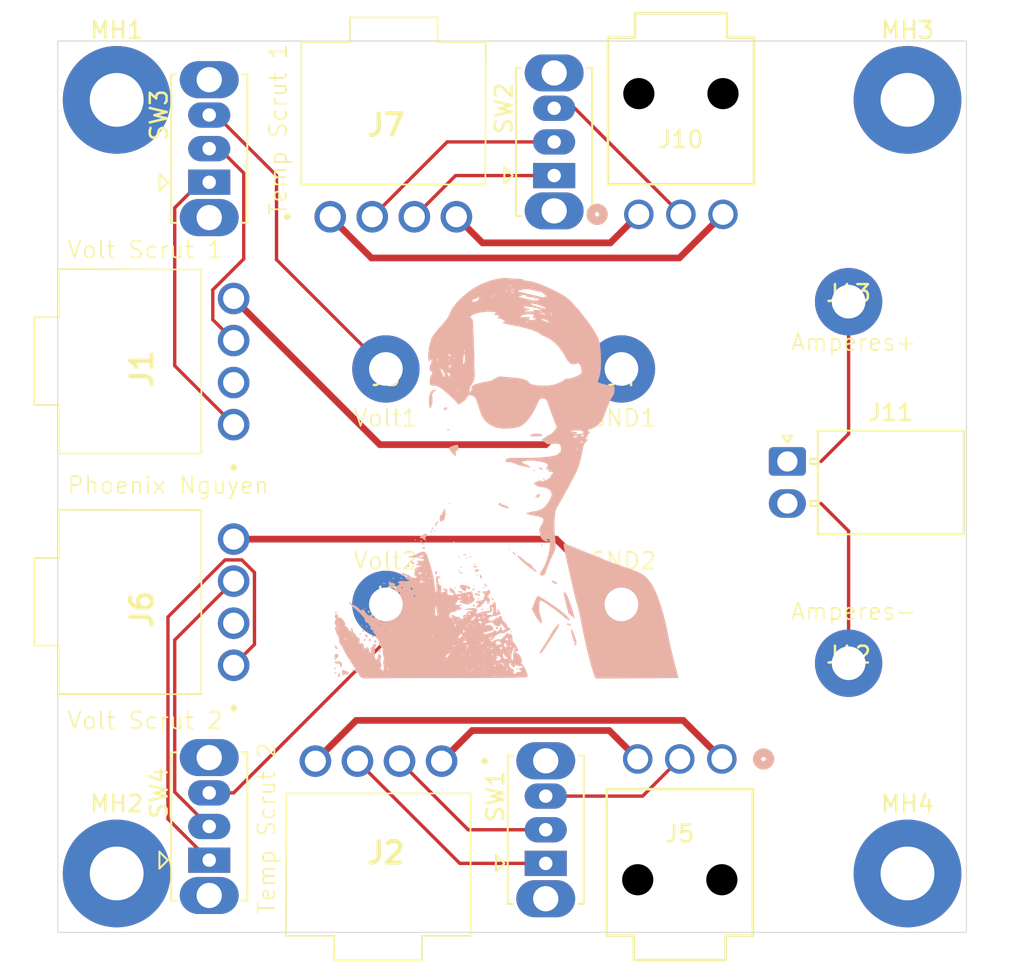
<source format=kicad_pcb>
(kicad_pcb (version 20241229) (generator "pcbnew") (generator_version "9.0")
  (layers (0 "F.Cu" signal) (2 "B.Cu" signal) (13 "F.Paste" user) (15 "B.Paste" user) (5 "F.SilkS" user "F.Silkscreen") (7 "B.SilkS" user "B.Silkscreen") (1 "F.Mask" user) (3 "B.Mask" user) (25 "Edge.Cuts" user))
  (net 0 "")
  (net 1 "/voltTap7")
  (net 2 "/GND_Seg7")
  (net 3 "/inputVolt7")
  (net 5 "/rawTemp7")
  (net 6 "/GNDA_7")
  (net 7 "/inputTemp7")
  (net 8 "/VDDA_7")
  (net 9 "/scrutVolt7")
  (net 10 "/scrutTemp7")
  (net 11 "/voltTap8")
  (net 12 "/GND_Seg8")
  (net 13 "/inputVolt8")
  (net 15 "/VDDA_8")
  (net 16 "/GNDA_8")
  (net 17 "/rawTemp8")
  (net 18 "/inputTemp8")
  (net 19 "/scrutVolt8")
  (net 20 "/scrutTemp8")
  (net 21 "/scrut-")
  (net 22 "/scrut+")
  (footprint "UTSVT_Connectors:105313-2102" (layer "F.Cu") (at 133.86 77)
    (property "Reference" "J11" (at 6.15 -2.92 0) (layer "F.SilkS"))
    (property "Value" "Conn_01x02")
    (pad "" np_thru_hole circle (at 7.18 0) (size 1.7 1.7) (drill 1.7) (layers "*.Cu" "*.Mask"))
    (pad "" np_thru_hole circle (at 7.18 2.5) (size 1.7 1.7) (drill 1.7) (layers "*.Cu" "*.Mask"))
    (pad "1" thru_hole roundrect (at 0 0) (size 2.2 1.7) (drill 1.2) (layers "*.Cu" "*.Mask") (roundrect_rratio 0.147059) (net 22 "/scrut+"))
    (pad "2" thru_hole oval (at 0 2.5) (size 2.2 1.7) (drill 1.2) (layers "*.Cu" "*.Mask") (net 21 "/scrut-"))
  )
  (footprint "VoltTemp:1053131103" (layer "F.Cu") (at 129.9666 94.691895)
    (property "Reference" "J5" (at -2.5 4.45 0) (layer "F.SilkS"))
    (property "Value" "Conn_01x03")
    (pad "" np_thru_hole circle (at -5 7.180001) (size 1.8542 1.8542) (drill 1.8542) (layers))
    (pad "" np_thru_hole circle (at 0 7.180001) (size 1.8542 1.8542) (drill 1.8542) (layers))
    (pad "1" thru_hole circle (at 0 0) (size 1.7526 1.7526) (drill 1.2446) (layers "*.Cu" "*.Mask") (net 6 "/GNDA_7"))
    (pad "2" thru_hole circle (at -2.5 0) (size 1.7526 1.7526) (drill 1.2446) (layers "*.Cu" "*.Mask") (net 10 "/scrutTemp7"))
    (pad "3" thru_hole circle (at -5 0) (size 1.7526 1.7526) (drill 1.2446) (layers "*.Cu" "*.Mask") (net 8 "/VDDA_7"))
  )
  (footprint "UTSVT_Connectors:Banana_Jack_1_Pin_4mm" (layer "F.Cu") (at 137.5 89 180)
    (property "Reference" "J12" (at 0 0.5 0) (layer "F.SilkS"))
    (property "Value" "Conn_01x01")
    (pad "1" thru_hole circle (at 0 0 180) (size 4 4) (drill 2) (layers "*.Cu" "*.Mask") (net 21 "/scrut-"))
  )
  (footprint "Button_Switch_THT:SW_Slide_SPDT_Straight_CK_OS102011MS2Q" (layer "F.Cu") (at 99.5 100.708106 90)
    (property "Reference" "SW4" (at 3.99 -2.99 90) (layer "F.SilkS"))
    (property "Value" "SW_SPDT_VOLT2")
    (pad "" thru_hole oval (at -2.1 0 90) (size 2.2 3.5) (drill 1.5) (layers "*.Cu" "*.Mask"))
    (pad "" thru_hole oval (at 6.1 0 90) (size 2.2 3.5) (drill 1.5) (layers "*.Cu" "*.Mask"))
    (pad "1" thru_hole rect (at 0 0 90) (size 1.5 2.5) (drill 0.8) (layers "*.Cu" "*.Mask") (net 11 "/voltTap8"))
    (pad "2" thru_hole oval (at 2 0 90) (size 1.5 2.5) (drill 0.8) (layers "*.Cu" "*.Mask") (net 13 "/inputVolt8"))
    (pad "3" thru_hole oval (at 4 0 90) (size 1.5 2.5) (drill 0.8) (layers "*.Cu" "*.Mask") (net 19 "/scrutVolt8"))
  )
  (footprint "VoltTemp:1053132104" (layer "F.Cu") (at 106.69 62.451 180)
    (property "Reference" "J7" (at -3.31 5.451 0) (layer "F.SilkS") (effects (font (size 1.27 1.27) (thickness 0.254))))
    (property "Value" "Conn_01x04" (hide yes))
    (pad "" np_thru_hole circle (at -7.5 7.18 180) (size 1.75 1.75) (drill 1.75) (layers "*.Cu" "*.Mask"))
    (pad "" np_thru_hole circle (at 0 7.18 180) (size 1.75 1.75) (drill 1.75) (layers "*.Cu" "*.Mask"))
    (pad "1" thru_hole circle (at 0 0 180) (size 1.875 1.875) (drill 1.25) (layers "*.Cu" "*.Mask") (net 15 "/VDDA_8"))
    (pad "2" thru_hole circle (at -2.5 0 180) (size 1.875 1.875) (drill 1.25) (layers "*.Cu" "*.Mask") (net 18 "/inputTemp8"))
    (pad "3" thru_hole circle (at -5 0 180) (size 1.875 1.875) (drill 1.25) (layers "*.Cu" "*.Mask") (net 17 "/rawTemp8"))
    (pad "4" thru_hole circle (at -7.5 0 180) (size 1.875 1.875) (drill 1.25) (layers "*.Cu" "*.Mask") (net 16 "/GNDA_8"))
  )
  (footprint "VoltTemp:1053132104" (layer "F.Cu") (at 100.951 89.118106 -90)
    (property "Reference" "J6" (at -3.31 5.451 90) (layer "F.SilkS") (effects (font (size 1.27 1.27) (thickness 0.254))))
    (property "Value" "Conn_01x04" (hide yes))
    (pad "" np_thru_hole circle (at -7.5 7.18 270) (size 1.75 1.75) (drill 1.75) (layers "*.Cu" "*.Mask"))
    (pad "" np_thru_hole circle (at 0 7.18 270) (size 1.75 1.75) (drill 1.75) (layers "*.Cu" "*.Mask"))
    (pad "1" thru_hole circle (at 0 0 270) (size 1.875 1.875) (drill 1.25) (layers "*.Cu" "*.Mask") (net 11 "/voltTap8"))
    (pad "2" thru_hole circle (at -2.5 0 270) (size 1.875 1.875) (drill 1.25) (layers "*.Cu" "*.Mask"))
    (pad "3" thru_hole circle (at -5 0 270) (size 1.875 1.875) (drill 1.25) (layers "*.Cu" "*.Mask") (net 13 "/inputVolt8"))
    (pad "4" thru_hole circle (at -7.5 0 270) (size 1.875 1.875) (drill 1.25) (layers "*.Cu" "*.Mask") (net 12 "/GND_Seg8"))
  )
  (footprint "UTSVT_Connectors:Banana_Jack_1_Pin_4mm" (layer "F.Cu") (at 110 85.5 180)
    (property "Reference" "J9" (at 0 0.5 0) (layer "F.SilkS"))
    (property "Value" "Conn_01x01")
    (pad "1" thru_hole circle (at 0 0 180) (size 4 4) (drill 2) (layers "*.Cu" "*.Mask") (net 19 "/scrutVolt8"))
  )
  (footprint "UTSVT_Connectors:Banana_Jack_1_Pin_4mm" (layer "F.Cu") (at 124 85.5 180)
    (property "Reference" "J8" (at 0 0.5 0) (layer "F.SilkS"))
    (property "Value" "Conn_01x01")
    (pad "1" thru_hole circle (at 0 0 180) (size 4 4) (drill 2) (layers "*.Cu" "*.Mask") (net 12 "/GND_Seg8"))
  )
  (footprint "UTSVT_Connectors:Banana_Jack_1_Pin_4mm" (layer "F.Cu") (at 124 71.5)
    (property "Reference" "J4" (at 0 0.5 0) (layer "F.SilkS"))
    (property "Value" "Conn_01x01")
    (pad "1" thru_hole circle (at 0 0) (size 4 4) (drill 2) (layers "*.Cu" "*.Mask") (net 2 "/GND_Seg7"))
  )
  (footprint "MountingHole:MountingHole_3.2mm_M3_Pad_TopBottom" (layer "F.Cu") (at 94 101.5)
    (property "Reference" "MH2" (at 0 -4.15 0) (layer "F.SilkS"))
    (property "Value" "MountingHole_Pad")
    (pad "1" thru_hole circle (at 0 0) (size 3.6 3.6) (drill 3.2) (layers "*.Cu" "*.Mask"))
    (pad "1" connect circle (at 0 0) (size 6.4 6.4) (layers "F.Cu" "F.Mask"))
    (pad "1" connect circle (at 0 0) (size 6.4 6.4) (layers "B.Cu" "B.Mask"))
  )
  (footprint "Button_Switch_THT:SW_Slide_SPDT_Straight_CK_OS102011MS2Q" (layer "F.Cu") (at 99.5 60.4 90)
    (property "Reference" "SW3" (at 3.99 -2.99 90) (layer "F.SilkS"))
    (property "Value" "SW_SPDT_VOLT1")
    (pad "" thru_hole oval (at -2.1 0 90) (size 2.2 3.5) (drill 1.5) (layers "*.Cu" "*.Mask"))
    (pad "" thru_hole oval (at 6.1 0 90) (size 2.2 3.5) (drill 1.5) (layers "*.Cu" "*.Mask"))
    (pad "1" thru_hole rect (at 0 0 90) (size 1.5 2.5) (drill 0.8) (layers "*.Cu" "*.Mask") (net 1 "/voltTap7"))
    (pad "2" thru_hole oval (at 2 0 90) (size 1.5 2.5) (drill 0.8) (layers "*.Cu" "*.Mask") (net 3 "/inputVolt7"))
    (pad "3" thru_hole oval (at 4 0 90) (size 1.5 2.5) (drill 0.8) (layers "*.Cu" "*.Mask") (net 9 "/scrutVolt7"))
  )
  (footprint "VoltTemp:1053132104" (layer "F.Cu") (at 113.31 94.82)
    (property "Reference" "J2" (at -3.31 5.451 0) (layer "F.SilkS") (effects (font (size 1.27 1.27) (thickness 0.254))))
    (property "Value" "Conn_01x04" (hide yes))
    (pad "" np_thru_hole circle (at -7.5 7.18) (size 1.75 1.75) (drill 1.75) (layers "*.Cu" "*.Mask"))
    (pad "" np_thru_hole circle (at 0 7.18) (size 1.75 1.75) (drill 1.75) (layers "*.Cu" "*.Mask"))
    (pad "1" thru_hole circle (at 0 0) (size 1.875 1.875) (drill 1.25) (layers "*.Cu" "*.Mask") (net 8 "/VDDA_7"))
    (pad "2" thru_hole circle (at -2.5 0) (size 1.875 1.875) (drill 1.25) (layers "*.Cu" "*.Mask") (net 7 "/inputTemp7"))
    (pad "3" thru_hole circle (at -5 0) (size 1.875 1.875) (drill 1.25) (layers "*.Cu" "*.Mask") (net 5 "/rawTemp7"))
    (pad "4" thru_hole circle (at -7.5 0) (size 1.875 1.875) (drill 1.25) (layers "*.Cu" "*.Mask") (net 6 "/GNDA_7"))
  )
  (footprint "UTSVT_Logos:LHRs_LOGO" (layer "F.Cu") (at 118.5 78)
    (property "Reference" "LOGO2" (hide yes))
    (property "Value" "LHRs" (hide yes))
  )
  (footprint "MountingHole:MountingHole_3.2mm_M3_Pad_TopBottom" (layer "F.Cu") (at 94 55.5)
    (property "Reference" "MH1" (at 0 -4.15 0) (layer "F.SilkS"))
    (property "Value" "MountingHole_Pad")
    (pad "1" thru_hole circle (at 0 0) (size 3.6 3.6) (drill 3.2) (layers "*.Cu" "*.Mask"))
    (pad "1" connect circle (at 0 0) (size 6.4 6.4) (layers "F.Cu" "F.Mask"))
    (pad "1" connect circle (at 0 0) (size 6.4 6.4) (layers "B.Cu" "B.Mask"))
  )
  (footprint "VoltTemp:1053131103" (layer "F.Cu") (at 125.0334 62.308106 180)
    (property "Reference" "J10" (at -2.5 4.45 0) (layer "F.SilkS"))
    (property "Value" "Conn_01x03")
    (pad "" np_thru_hole circle (at -5 7.180001 180) (size 1.8542 1.8542) (drill 1.8542) (layers))
    (pad "" np_thru_hole circle (at 0 7.180001 180) (size 1.8542 1.8542) (drill 1.8542) (layers))
    (pad "1" thru_hole circle (at 0 0 180) (size 1.7526 1.7526) (drill 1.2446) (layers "*.Cu" "*.Mask") (net 16 "/GNDA_8"))
    (pad "2" thru_hole circle (at -2.5 0 180) (size 1.7526 1.7526) (drill 1.2446) (layers "*.Cu" "*.Mask") (net 20 "/scrutTemp8"))
    (pad "3" thru_hole circle (at -5 0 180) (size 1.7526 1.7526) (drill 1.2446) (layers "*.Cu" "*.Mask") (net 15 "/VDDA_8"))
  )
  (footprint "Button_Switch_THT:SW_Slide_SPDT_Straight_CK_OS102011MS2Q" (layer "F.Cu") (at 120 60 90)
    (property "Reference" "SW2" (at 3.99 -2.99 90) (layer "F.SilkS"))
    (property "Value" "SW_SPDT_TEMP2")
    (pad "" thru_hole oval (at -2.1 0 90) (size 2.2 3.5) (drill 1.5) (layers "*.Cu" "*.Mask"))
    (pad "" thru_hole oval (at 6.1 0 90) (size 2.2 3.5) (drill 1.5) (layers "*.Cu" "*.Mask"))
    (pad "1" thru_hole rect (at 0 0 90) (size 1.5 2.5) (drill 0.8) (layers "*.Cu" "*.Mask") (net 17 "/rawTemp8"))
    (pad "2" thru_hole oval (at 2 0 90) (size 1.5 2.5) (drill 0.8) (layers "*.Cu" "*.Mask") (net 18 "/inputTemp8"))
    (pad "3" thru_hole oval (at 4 0 90) (size 1.5 2.5) (drill 0.8) (layers "*.Cu" "*.Mask") (net 20 "/scrutTemp8"))
  )
  (footprint "MountingHole:MountingHole_3.2mm_M3_Pad_TopBottom" (layer "F.Cu") (at 141 101.5)
    (property "Reference" "MH4" (at 0 -4.15 0) (layer "F.SilkS"))
    (property "Value" "MountingHole_Pad")
    (pad "1" thru_hole circle (at 0 0) (size 3.6 3.6) (drill 3.2) (layers "*.Cu" "*.Mask"))
    (pad "1" connect circle (at 0 0) (size 6.4 6.4) (layers "F.Cu" "F.Mask"))
    (pad "1" connect circle (at 0 0) (size 6.4 6.4) (layers "B.Cu" "B.Mask"))
  )
  (footprint "UTSVT_Connectors:Banana_Jack_1_Pin_4mm" (layer "F.Cu") (at 137.5 67.5 180)
    (property "Reference" "J13" (at 0 0.5 0) (layer "F.SilkS"))
    (property "Value" "Conn_01x01")
    (pad "1" thru_hole circle (at 0 0 180) (size 4 4) (drill 2) (layers "*.Cu" "*.Mask") (net 22 "/scrut+"))
  )
  (footprint "Button_Switch_THT:SW_Slide_SPDT_Straight_CK_OS102011MS2Q" (layer "F.Cu") (at 119.5 100.9 90)
    (property "Reference" "SW1" (at 3.99 -2.99 90) (layer "F.SilkS"))
    (property "Value" "SW_SPDT_TEMP1")
    (pad "" thru_hole oval (at -2.1 0 90) (size 2.2 3.5) (drill 1.5) (layers "*.Cu" "*.Mask"))
    (pad "" thru_hole oval (at 6.1 0 90) (size 2.2 3.5) (drill 1.5) (layers "*.Cu" "*.Mask"))
    (pad "1" thru_hole rect (at 0 0 90) (size 1.5 2.5) (drill 0.8) (layers "*.Cu" "*.Mask") (net 5 "/rawTemp7"))
    (pad "2" thru_hole oval (at 2 0 90) (size 1.5 2.5) (drill 0.8) (layers "*.Cu" "*.Mask") (net 7 "/inputTemp7"))
    (pad "3" thru_hole oval (at 4 0 90) (size 1.5 2.5) (drill 0.8) (layers "*.Cu" "*.Mask") (net 10 "/scrutTemp7"))
  )
  (footprint "VoltTemp:1053132104" (layer "F.Cu") (at 100.951 74.81 -90)
    (property "Reference" "J1" (at -3.31 5.451 90) (layer "F.SilkS") (effects (font (size 1.27 1.27) (thickness 0.254))))
    (property "Value" "Conn_01x04" (hide yes))
    (pad "" np_thru_hole circle (at -7.5 7.18 270) (size 1.75 1.75) (drill 1.75) (layers "*.Cu" "*.Mask"))
    (pad "" np_thru_hole circle (at 0 7.18 270) (size 1.75 1.75) (drill 1.75) (layers "*.Cu" "*.Mask"))
    (pad "1" thru_hole circle (at 0 0 270) (size 1.875 1.875) (drill 1.25) (layers "*.Cu" "*.Mask") (net 1 "/voltTap7"))
    (pad "2" thru_hole circle (at -2.5 0 270) (size 1.875 1.875) (drill 1.25) (layers "*.Cu" "*.Mask"))
    (pad "3" thru_hole circle (at -5 0 270) (size 1.875 1.875) (drill 1.25) (layers "*.Cu" "*.Mask") (net 3 "/inputVolt7"))
    (pad "4" thru_hole circle (at -7.5 0 270) (size 1.875 1.875) (drill 1.25) (layers "*.Cu" "*.Mask") (net 2 "/GND_Seg7"))
  )
  (footprint "UTSVT_Connectors:Banana_Jack_1_Pin_4mm" (layer "F.Cu") (at 110 71.5)
    (property "Reference" "J3" (at 0 0.5 0) (layer "F.SilkS"))
    (property "Value" "Conn_01x01")
    (pad "1" thru_hole circle (at 0 0) (size 4 4) (drill 2) (layers "*.Cu" "*.Mask") (net 9 "/scrutVolt7"))
  )
  (footprint "MountingHole:MountingHole_3.2mm_M3_Pad_TopBottom" (layer "F.Cu") (at 141 55.5)
    (property "Reference" "MH3" (at 0 -4.15 0) (layer "F.SilkS"))
    (property "Value" "MountingHole_Pad")
    (pad "1" thru_hole circle (at 0 0) (size 3.6 3.6) (drill 3.2) (layers "*.Cu" "*.Mask"))
    (pad "1" connect circle (at 0 0) (size 6.4 6.4) (layers "F.Cu" "F.Mask"))
    (pad "1" connect circle (at 0 0) (size 6.4 6.4) (layers "B.Cu" "B.Mask"))
  )
  (footprint "UTSVT_Logos:Hallock_Image_Small" (layer "B.Cu") (at 118 77.688871 180)
    (property "Reference" "LOGO1" (hide yes))
    (property "Value" "Dr. Hallock" (hide yes))
  )
  (gr_rect (start 90.5 52) (end 144.5 105) (stroke (width 0.05)) (fill no) (layer "Edge.Cuts"))
  (gr_text "GND1" (at 122 75 0) (layer "F.SilkS") (effects (font (size 1 1) (thickness 0.1)) (justify left bottom)))
  (gr_text "GND2" (at 122 83.5 0) (layer "F.SilkS") (effects (font (size 1 1) (thickness 0.1)) (justify left bottom)))
  (gr_text "Volt1" (at 108 75 0) (layer "F.SilkS") (effects (font (size 1 1) (thickness 0.1)) (justify left bottom)))
  (gr_text "Temp Scrut 2" (at 103.5 104 90) (layer "F.SilkS") (effects (font (size 1 1) (thickness 0.1)) (justify left bottom)))
  (gr_text "Volt Scrut 1" (at 91 65 0) (layer "F.SilkS") (effects (font (size 1 1) (thickness 0.1)) (justify left bottom)))
  (gr_text "Amperes-" (at 134 86.5 0) (layer "F.SilkS") (effects (font (size 1 1) (thickness 0.1)) (justify left bottom)))
  (gr_text "Amperes+" (at 134 70.5 0) (layer "F.SilkS") (effects (font (size 1 1) (thickness 0.1)) (justify left bottom)))
  (gr_text "Temp Scrut 1" (at 104.19 62.451 90) (layer "F.SilkS") (effects (font (size 1 1) (thickness 0.1)) (justify left bottom)))
  (gr_text "Volt Scrut 2" (at 91 93 0) (layer "F.SilkS") (effects (font (size 1 1) (thickness 0.1)) (justify left bottom)))
  (gr_text "Phoenix Nguyen" (at 91 79 0) (layer "F.SilkS") (effects (font (size 1 1) (thickness 0.1)) (justify left bottom)))
  (gr_text "Volt2" (at 108 83.5 0) (layer "F.SilkS") (effects (font (size 1 1) (thickness 0.1)) (justify left bottom)))
  (segment (start 97.449 61.919687) (end 97.449 71.308) (width 0.2) (layer "F.Cu") (net 1))
  (segment (start 99.5 60.4) (end 98.968687 60.4) (width 0.2) (layer "F.Cu") (net 1))
  (segment (start 97.449 71.308) (end 100.951 74.81) (width 0.2) (layer "F.Cu") (net 1))
  (segment (start 99.5 60.4) (end 100.031313 60.4) (width 0.2) (layer "F.Cu") (net 1))
  (segment (start 98.968687 60.4) (end 97.449 61.919687) (width 0.2) (layer "F.Cu") (net 1))
  (segment (start 119.5 76) (end 124 71.5) (width 0.4) (layer "F.Cu") (net 2))
  (segment (start 100.951 67.31) (end 109.641 76) (width 0.4) (layer "F.Cu") (net 2))
  (segment (start 109.641 76) (end 119.5 76) (width 0.4) (layer "F.Cu") (net 2))
  (segment (start 99.7125 66.796996) (end 99.7125 68.5715) (width 0.2) (layer "F.Cu") (net 3))
  (segment (start 100.102 58.4) (end 101.551 59.849) (width 0.2) (layer "F.Cu") (net 3))
  (segment (start 99.7125 68.5715) (end 100.951 69.81) (width 0.2) (layer "F.Cu") (net 3))
  (segment (start 101.551 59.849) (end 101.551 64.958496) (width 0.2) (layer "F.Cu") (net 3))
  (segment (start 99.5 58.4) (end 100.102 58.4) (width 0.2) (layer "F.Cu") (net 3))
  (segment (start 101.551 64.958496) (end 99.7125 66.796996) (width 0.2) (layer "F.Cu") (net 3))
  (segment (start 108.31 94.82) (end 114.39 100.9) (width 0.2) (layer "F.Cu") (net 5))
  (segment (start 114.39 100.9) (end 119.5 100.9) (width 0.2) (layer "F.Cu") (net 5))
  (segment (start 127.672705 92.398) (end 108.232 92.398) (width 0.4) (layer "F.Cu") (net 6))
  (segment (start 129.9666 94.691895) (end 127.672705 92.398) (width 0.4) (layer "F.Cu") (net 6))
  (segment (start 108.232 92.398) (end 105.81 94.82) (width 0.4) (layer "F.Cu") (net 6))
  (segment (start 110.81 94.82) (end 114.89 98.9) (width 0.2) (layer "F.Cu") (net 7))
  (segment (start 114.89 98.9) (end 119.5 98.9) (width 0.2) (layer "F.Cu") (net 7))
  (segment (start 123.273705 92.999) (end 115.131 92.999) (width 0.4) (layer "F.Cu") (net 8))
  (segment (start 115.131 92.999) (end 113.31 94.82) (width 0.4) (layer "F.Cu") (net 8))
  (segment (start 124.9666 94.691895) (end 123.273705 92.999) (width 0.4) (layer "F.Cu") (net 8))
  (segment (start 103.5 65) (end 110 71.5) (width 0.2) (layer "F.Cu") (net 9))
  (segment (start 103.5 60) (end 103.5 65) (width 0.2) (layer "F.Cu") (net 9))
  (segment (start 99.5 56.4) (end 99.9 56.4) (width 0.2) (layer "F.Cu") (net 9))
  (segment (start 99.9 56.4) (end 103.5 60) (width 0.2) (layer "F.Cu") (net 9))
  (segment (start 119.5 96.9) (end 125.258495 96.9) (width 0.2) (layer "F.Cu") (net 10))
  (segment (start 125.258495 96.9) (end 127.4666 94.691895) (width 0.2) (layer "F.Cu") (net 10))
  (segment (start 100.437996 82.856606) (end 101.441004 82.856606) (width 0.2) (layer "F.Cu") (net 11))
  (segment (start 102.1895 83.605102) (end 102.1895 87.879606) (width 0.2) (layer "F.Cu") (net 11))
  (segment (start 102.1895 87.879606) (end 100.951 89.118106) (width 0.2) (layer "F.Cu") (net 11))
  (segment (start 99.5 100.708106) (end 97.048 98.256106) (width 0.2) (layer "F.Cu") (net 11))
  (segment (start 97.048 86.246602) (end 100.437996 82.856606) (width 0.2) (layer "F.Cu") (net 11))
  (segment (start 97.048 98.256106) (end 97.048 86.246602) (width 0.2) (layer "F.Cu") (net 11))
  (segment (start 101.441004 82.856606) (end 102.1895 83.605102) (width 0.2) (layer "F.Cu") (net 11))
  (segment (start 100.951 81.618106) (end 120.118106 81.618106) (width 0.4) (layer "F.Cu") (net 12))
  (segment (start 120.118106 81.618106) (end 124 85.5) (width 0.4) (layer "F.Cu") (net 12))
  (segment (start 97.449 96.657106) (end 99.5 98.708106) (width 0.2) (layer "F.Cu") (net 13))
  (segment (start 97.449 87.620106) (end 97.449 96.657106) (width 0.2) (layer "F.Cu") (net 13))
  (segment (start 100.951 84.118106) (end 97.449 87.620106) (width 0.2) (layer "F.Cu") (net 13))
  (segment (start 106.69 62.451) (end 109.14 64.901) (width 0.4) (layer "F.Cu") (net 15))
  (segment (start 109.14 64.901) (end 127.440506 64.901) (width 0.4) (layer "F.Cu") (net 15))
  (segment (start 127.440506 64.901) (end 130.0334 62.308106) (width 0.4) (layer "F.Cu") (net 15))
  (segment (start 115.74 64.001) (end 123.340506 64.001) (width 0.4) (layer "F.Cu") (net 16))
  (segment (start 114.19 62.451) (end 115.74 64.001) (width 0.4) (layer "F.Cu") (net 16))
  (segment (start 123.340506 64.001) (end 125.0334 62.308106) (width 0.4) (layer "F.Cu") (net 16))
  (segment (start 114.141 60) (end 120 60) (width 0.2) (layer "F.Cu") (net 17))
  (segment (start 111.69 62.451) (end 114.141 60) (width 0.2) (layer "F.Cu") (net 17))
  (segment (start 113.641 58) (end 120 58) (width 0.2) (layer "F.Cu") (net 18))
  (segment (start 109.19 62.451) (end 113.641 58) (width 0.2) (layer "F.Cu") (net 18))
  (segment (start 99.5 96.708106) (end 100.95 96.708106) (width 0.2) (layer "F.Cu") (net 19))
  (segment (start 110 87.658106) (end 110 85.5) (width 0.2) (layer "F.Cu") (net 19))
  (segment (start 100.95 96.708106) (end 110 87.658106) (width 0.2) (layer "F.Cu") (net 19))
  (segment (start 120 56) (end 121.225294 56) (width 0.2) (layer "F.Cu") (net 20))
  (segment (start 121.225294 56) (end 127.5334 62.308106) (width 0.2) (layer "F.Cu") (net 20))
  (segment (start 137.5 81.14) (end 135.86 79.5) (width 0.2) (layer "F.Cu") (net 21))
  (segment (start 137.5 89) (end 137.5 81.14) (width 0.2) (layer "F.Cu") (net 21))
  (segment (start 137.5 75.36) (end 135.86 77) (width 0.2) (layer "F.Cu") (net 22))
  (segment (start 137.5 67.5) (end 137.5 75.36) (width 0.2) (layer "F.Cu") (net 22))
)
</source>
